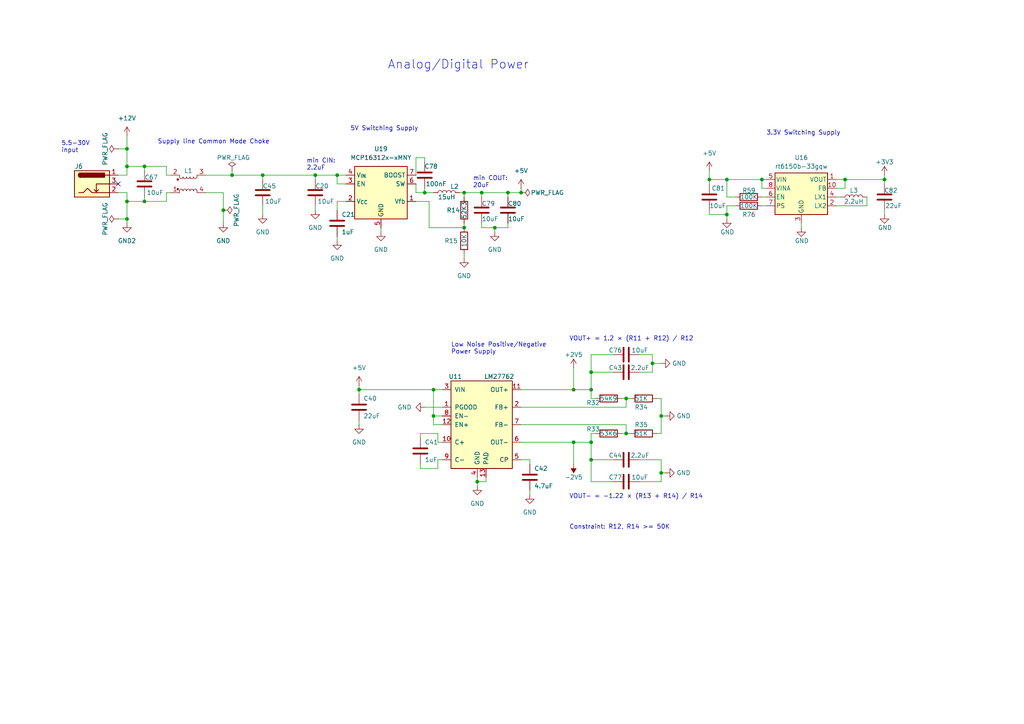
<source format=kicad_sch>
(kicad_sch (version 20231120) (generator "eeschema") (generator_version "8.0")
  (paper "A4")
  (title_block (title "Lickety Split Capacitive Lick Detector Main Board") (date "2023-09-01") (rev "1.0.0") (company "The Allen Institute for Neural Dynamics"))
  (lib_symbols
    (symbol "+2V5_1" (power) (pin_numbers hide) (pin_names (offset 0) hide)
      (property "Value" "+2V5" (at 0 3.556 0))
      (symbol "+2V5_1_0_1"
        (polyline (pts (xy -0.762 1.27) (xy 0 2.54)))
        (polyline (pts (xy 0 0) (xy 0 2.54)))
        (polyline (pts (xy 0 2.54) (xy 0.762 1.27)))
      )
      (symbol "+2V5_1_1_1"
        (pin power_in line (at 0 0 90) (length 0) (name "~") (number "1"))
      )
    )
    (symbol "+5V_1" (power) (pin_numbers hide) (pin_names (offset 0) hide)
      (property "Value" "+5V" (at 0 3.556 0))
      (symbol "+5V_1_0_1"
        (polyline (pts (xy -0.762 1.27) (xy 0 2.54)))
        (polyline (pts (xy 0 0) (xy 0 2.54)))
        (polyline (pts (xy 0 2.54) (xy 0.762 1.27)))
      )
      (symbol "+5V_1_1_1"
        (pin power_in line (at 0 0 90) (length 0) (name "~") (number "1"))
      )
    )
    (symbol "+5V_2" (power) (pin_numbers hide) (pin_names (offset 0) hide)
      (property "Value" "+5V" (at 0 3.556 0))
      (symbol "+5V_2_0_1"
        (polyline (pts (xy -0.762 1.27) (xy 0 2.54)))
        (polyline (pts (xy 0 0) (xy 0 2.54)))
        (polyline (pts (xy 0 2.54) (xy 0.762 1.27)))
      )
      (symbol "+5V_2_1_1"
        (pin power_in line (at 0 0 90) (length 0) (name "~") (number "1"))
      )
    )
    (symbol "-2V5_1" (power) (pin_numbers hide) (pin_names (offset 0) hide)
      (property "Value" "-2V5" (at 0 3.556 0))
      (symbol "-2V5_1_0_0"
        (pin power_in line (at 0 0 90) (length 0) (name "~") (number "1"))
      )
      (symbol "-2V5_1_0_1"
        (polyline (pts (xy 0 0) (xy 0 1.27) (xy 0.762 1.27) (xy 0 2.54) (xy -0.762 1.27) (xy 0 1.27)) (fill (type outline)))
      )
    )
    (symbol "Connector:Barrel_Jack_Switch" (pin_names hide)
      (property "Reference" "J" (at 0 5.334 0))
      (property "Value" "Barrel_Jack_Switch" (at 0 -5.08 0))
      (symbol "Barrel_Jack_Switch_0_1"
        (rectangle (start -5.08 3.81) (end 5.08 -3.81) (stroke (width 0.254)) (fill (type background)))
        (arc (start -3.302 3.175) (mid -3.9343 2.54) (end -3.302 1.905) (stroke (width 0.254)))
        (arc (start -3.302 3.175) (mid -3.9343 2.54) (end -3.302 1.905) (stroke (width 0.254)) (fill (type outline)))
        (polyline (pts (xy 1.27 -2.286) (xy 1.905 -1.651)) (stroke (width 0.254)))
        (polyline (pts (xy 5.08 2.54) (xy 3.81 2.54)) (stroke (width 0.254)))
        (polyline (pts (xy 5.08 0) (xy 1.27 0) (xy 1.27 -2.286) (xy 0.635 -1.651)) (stroke (width 0.254)))
        (polyline (pts (xy -3.81 -2.54) (xy -2.54 -2.54) (xy -1.27 -1.27) (xy 0 -2.54) (xy 2.54 -2.54) (xy 5.08 -2.54)) (stroke (width 0.254)))
        (rectangle (start 3.683 3.175) (end -3.302 1.905) (stroke (width 0.254)) (fill (type outline)))
      )
      (symbol "Barrel_Jack_Switch_1_1"
        (pin passive line (at 7.62 2.54 180) (length 2.54) (name "~") (number "1"))
        (pin passive line (at 7.62 -2.54 180) (length 2.54) (name "~") (number "2"))
        (pin passive line (at 7.62 0 180) (length 2.54) (name "~") (number "3"))
      )
    )
    (symbol "Device:C" (pin_numbers hide) (pin_names (offset 0.254))
      (property "Reference" "C" (at 0.635 2.54 0))
      (property "Value" "C" (at 0.635 -2.54 0))
      (symbol "C_0_1"
        (polyline (pts (xy -2.032 -0.762) (xy 2.032 -0.762)) (stroke (width 0.508)))
        (polyline (pts (xy -2.032 0.762) (xy 2.032 0.762)) (stroke (width 0.508)))
      )
      (symbol "C_1_1"
        (pin passive line (at 0 3.81 270) (length 2.794) (name "~") (number "1"))
        (pin passive line (at 0 -3.81 90) (length 2.794) (name "~") (number "2"))
      )
    )
    (symbol "Device:L" (pin_numbers hide) (pin_names (offset 1.016) hide)
      (property "Reference" "L" (at -1.27 0 90))
      (property "Value" "L" (at 1.905 0 90))
      (symbol "L_0_1"
        (arc (start 0 -2.54) (mid 0.6323 -1.905) (end 0 -1.27))
        (arc (start 0 -1.27) (mid 0.6323 -0.635) (end 0 0))
        (arc (start 0 0) (mid 0.6323 0.635) (end 0 1.27))
        (arc (start 0 1.27) (mid 0.6323 1.905) (end 0 2.54))
      )
      (symbol "L_1_1"
        (pin passive line (at 0 3.81 270) (length 1.27) (name "1") (number "1"))
        (pin passive line (at 0 -3.81 90) (length 1.27) (name "2") (number "2"))
      )
    )
    (symbol "Device:L_Coupled_1423" (pin_names (offset 0.254) hide)
      (property "Reference" "L" (at 0 4.445 0))
      (property "Value" "L_Coupled_1423" (at 0 -4.445 0))
      (symbol "L_Coupled_1423_0_1"
        (circle (center -3.048 -1.27) (radius 0.254) (fill (type outline)))
        (circle (center -3.048 1.524) (radius 0.254) (fill (type outline)))
        (arc (start -2.54 2.032) (mid -2.032 1.5262) (end -1.524 2.032))
        (arc (start -1.524 -2.032) (mid -2.032 -1.5262) (end -2.54 -2.032))
        (arc (start -1.524 2.032) (mid -1.016 1.5262) (end -0.508 2.032))
        (arc (start -0.508 -2.032) (mid -1.016 -1.5262) (end -1.524 -2.032))
        (arc (start -0.508 2.032) (mid 0 1.5262) (end 0.508 2.032))
        (polyline (pts (xy -2.54 -2.032) (xy -2.54 -2.54)))
        (polyline (pts (xy -2.54 2.032) (xy -2.54 2.54)))
        (polyline (pts (xy 2.54 -2.032) (xy 2.54 -2.54)))
        (polyline (pts (xy 2.54 2.54) (xy 2.54 2.032)))
        (arc (start 0.508 -2.032) (mid 0 -1.5262) (end -0.508 -2.032))
        (arc (start 0.508 2.032) (mid 1.016 1.5262) (end 1.524 2.032))
        (arc (start 1.524 -2.032) (mid 1.016 -1.5262) (end 0.508 -2.032))
        (arc (start 1.524 2.032) (mid 2.032 1.5262) (end 2.54 2.032))
        (arc (start 2.54 -2.032) (mid 2.032 -1.5262) (end 1.524 -2.032))
      )
      (symbol "L_Coupled_1423_1_1"
        (pin passive line (at -5.08 2.54 0) (length 2.54) (name "1") (number "1"))
        (pin passive line (at -5.08 -2.54 0) (length 2.54) (name "2") (number "2"))
        (pin passive line (at 5.08 -2.54 180) (length 2.54) (name "3") (number "3"))
        (pin passive line (at 5.08 2.54 180) (length 2.54) (name "4") (number "4"))
      )
    )
    (symbol "Device:R" (pin_numbers hide) (pin_names (offset 0))
      (property "Reference" "R" (at 2.032 0 90))
      (property "Value" "R" (at 0 0 90))
      (symbol "R_0_1"
        (rectangle (start -1.016 -2.54) (end 1.016 2.54) (stroke (width 0.254)))
      )
      (symbol "R_1_1"
        (pin passive line (at 0 3.81 270) (length 1.27) (name "~") (number "1"))
        (pin passive line (at 0 -3.81 90) (length 1.27) (name "~") (number "2"))
      )
    )
    (symbol "GND_1" (power) (pin_numbers hide) (pin_names (offset 0) hide)
      (property "Value" "GND" (at 0 -3.81 0))
      (symbol "GND_1_0_1"
        (polyline (pts (xy 0 0) (xy 0 -1.27) (xy 1.27 -1.27) (xy 0 -2.54) (xy -1.27 -1.27) (xy 0 -1.27)))
      )
      (symbol "GND_1_1_1"
        (pin power_in line (at 0 0 270) (length 0) (name "~") (number "1"))
      )
    )
    (symbol "Regulator_SwitchedCapacitor:LM27762" (pin_names (offset 1.016))
      (property "Reference" "U" (at -6.604 8.89 0))
      (property "Value" "LM27762" (at 6.096 8.89 0))
      (symbol "LM27762_0_1"
        (rectangle (start -7.62 7.62) (end 10.16 -17.78) (stroke (width 0.254)) (fill (type background)))
      )
      (symbol "LM27762_1_1"
        (pin open_collector line (at -10.16 0 0) (length 2.54) (name "PGOOD") (number "1"))
        (pin passive line (at -10.16 -10.16 0) (length 2.54) (name "C+") (number "10"))
        (pin power_out line (at 12.7 5.08 180) (length 2.54) (name "OUT+") (number "11"))
        (pin input line (at -10.16 -5.08 0) (length 2.54) (name "EN+") (number "12"))
        (pin power_in line (at 2.54 -20.32 90) (length 2.54) (name "PAD") (number "13"))
        (pin input line (at 12.7 0 180) (length 2.54) (name "FB+") (number "2"))
        (pin power_in line (at -10.16 5.08 0) (length 2.54) (name "VIN") (number "3"))
        (pin power_in line (at 0 -20.32 90) (length 2.54) (name "GND") (number "4"))
        (pin passive line (at 12.7 -15.24 180) (length 2.54) (name "CP") (number "5"))
        (pin power_out line (at 12.7 -10.16 180) (length 2.54) (name "OUT-") (number "6"))
        (pin input line (at 12.7 -5.08 180) (length 2.54) (name "FB-") (number "7"))
        (pin input line (at -10.16 -2.54 0) (length 2.54) (name "EN-") (number "8"))
        (pin passive line (at -10.16 -15.24 0) (length 2.54) (name "C-") (number "9"))
      )
    )
    (symbol "Regulator_Switching:MCP16312x-xMNY"
      (property "Reference" "U" (at -7.62 8.89 0))
      (property "Value" "MCP16312x-xMNY" (at 0 8.89 0))
      (symbol "MCP16312x-xMNY_0_1"
        (rectangle (start -7.62 7.62) (end 7.62 -7.62) (stroke (width 0.254)) (fill (type background)))
      )
      (symbol "MCP16312x-xMNY_1_1"
        (pin input line (at 10.16 -2.54 180) (length 2.54) (name "Vfb") (number "1"))
        (pin passive line (at -10.16 -2.54 0) (length 2.54) (name "V_{CC}") (number "2"))
        (pin input line (at -10.16 2.54 0) (length 2.54) (name "EN") (number "3"))
        (pin power_in line (at -10.16 5.08 0) (length 2.54) (name "V_{IN}") (number "4"))
        (pin power_in line (at 0 -10.16 90) (length 2.54) (name "GND") (number "5"))
        (pin power_out line (at 10.16 2.54 180) (length 2.54) (name "SW") (number "6"))
        (pin output line (at 10.16 5.08 180) (length 2.54) (name "BOOST") (number "7"))
        (pin passive line (at 0 -10.16 90) (length 2.54) hide (name "GND") (number "8"))
        (pin passive line (at 0 -10.16 90) (length 2.54) hide (name "GND") (number "9"))
      )
    )
    (symbol "kicad_component_library:rt6150b-33gqw" (pin_names (offset 0.254))
      (property "Reference" "U" (at -6.35 5.715 0))
      (property "Value" "rt6150b-33gqw" (at 0 5.715 0))
      (symbol "rt6150b-33gqw_0_1"
        (rectangle (start -7.62 4.445) (end 7.62 -7.62) (stroke (width 0.254)) (fill (type background)))
      )
      (symbol "rt6150b-33gqw_1_1"
        (pin power_out line (at 10.16 2.54 180) (length 2.54) (name "VOUT") (number "1"))
        (pin input line (at 10.16 0 180) (length 2.54) (name "FB") (number "10"))
        (pin power_in line (at 0 -10.16 90) (length 2.54) hide (name "GND") (number "11"))
        (pin input line (at 10.16 -5.08 180) (length 2.54) (name "LX2") (number "2"))
        (pin power_in line (at 0 -10.16 90) (length 2.54) (name "GND") (number "3"))
        (pin input line (at 10.16 -2.54 180) (length 2.54) (name "LX1") (number "4"))
        (pin power_in line (at -10.16 2.54 0) (length 2.54) (name "VIN") (number "5"))
        (pin input line (at -10.16 -2.54 0) (length 2.54) (name "EN") (number "6"))
        (pin input line (at -10.16 -5.08 0) (length 2.54) (name "PS") (number "7"))
        (pin power_in line (at -10.16 0 0) (length 2.54) (name "VINA") (number "8"))
        (pin power_in line (at 0 -10.16 90) (length 2.54) hide (name "GND") (number "9"))
      )
    )
    (symbol "power:+12V" (power) (pin_names (offset 0))
      (property "Value" "+12V" (at 0 3.556 0))
      (symbol "+12V_0_1"
        (polyline (pts (xy -0.762 1.27) (xy 0 2.54)))
        (polyline (pts (xy 0 0) (xy 0 2.54)))
        (polyline (pts (xy 0 2.54) (xy 0.762 1.27)))
      )
      (symbol "+12V_1_1"
        (pin power_in line (at 0 0 90) (length 0) hide (name "+12V") (number "1"))
      )
    )
    (symbol "power:+3V3" (power) (pin_names (offset 0))
      (property "Value" "+3V3" (at 0 3.556 0))
      (symbol "+3V3_0_1"
        (polyline (pts (xy -0.762 1.27) (xy 0 2.54)))
        (polyline (pts (xy 0 0) (xy 0 2.54)))
        (polyline (pts (xy 0 2.54) (xy 0.762 1.27)))
      )
      (symbol "+3V3_1_1"
        (pin power_in line (at 0 0 90) (length 0) hide (name "+3V3") (number "1"))
      )
    )
    (symbol "power:GND" (power) (pin_names (offset 0))
      (property "Value" "GND" (at 0 -3.81 0))
      (symbol "GND_0_1"
        (polyline (pts (xy 0 0) (xy 0 -1.27) (xy 1.27 -1.27) (xy 0 -2.54) (xy -1.27 -1.27) (xy 0 -1.27)))
      )
      (symbol "GND_1_1"
        (pin power_in line (at 0 0 270) (length 0) hide (name "GND") (number "1"))
      )
    )
    (symbol "power:GND2" (power) (pin_names (offset 0))
      (property "Value" "GND2" (at 0 -3.81 0))
      (symbol "GND2_0_1"
        (polyline (pts (xy 0 0) (xy 0 -1.27) (xy 1.27 -1.27) (xy 0 -2.54) (xy -1.27 -1.27) (xy 0 -1.27)))
      )
      (symbol "GND2_1_1"
        (pin power_in line (at 0 0 270) (length 0) hide (name "GND2") (number "1"))
      )
    )
    (symbol "power:PWR_FLAG" (power) (pin_numbers hide) (pin_names (offset 0) hide)
      (property "Value" "PWR_FLAG" (at 0 3.81 0))
      (symbol "PWR_FLAG_0_0"
        (pin power_out line (at 0 0 90) (length 0) (name "pwr") (number "1"))
      )
      (symbol "PWR_FLAG_0_1"
        (polyline (pts (xy 0 0) (xy 0 1.27) (xy -1.016 1.905) (xy 0 2.54) (xy 1.016 1.905) (xy 0 1.27)))
      )
    )
  )
  (junction (at 36.83 58.42))
  (junction (at 134.62 55.88))
  (junction (at 36.83 48.26))
  (junction (at 123.19 55.88))
  (junction (at 191.77 137.16))
  (junction (at 166.37 128.27))
  (junction (at 181.61 125.73))
  (junction (at 171.45 113.03))
  (junction (at 189.23 105.41))
  (junction (at 210.82 62.23))
  (junction (at 36.83 43.18))
  (junction (at 205.74 52.07))
  (junction (at 134.62 66.04))
  (junction (at 104.14 113.03))
  (junction (at 91.44 50.8))
  (junction (at 125.73 120.65))
  (junction (at 138.43 139.7))
  (junction (at 97.79 50.8))
  (junction (at 41.91 58.42))
  (junction (at 41.91 48.26))
  (junction (at 191.77 120.65))
  (junction (at 125.73 113.03))
  (junction (at 166.37 113.03))
  (junction (at 245.11 52.07))
  (junction (at 36.83 63.5))
  (junction (at 181.61 115.57))
  (junction (at 139.7 55.88))
  (junction (at 143.51 66.04))
  (junction (at 171.45 107.95))
  (junction (at 171.45 133.35))
  (junction (at 147.32 55.88))
  (junction (at 64.77 60.96))
  (junction (at 76.2 50.8))
  (junction (at 210.82 52.07))
  (junction (at 151.13 55.88))
  (junction (at 171.45 128.27))
  (junction (at 256.54 52.07))
  (junction (at 220.98 52.07))
  (junction (at 67.31 50.8))
  (no_connect (at 34.29 53.34))
  (wire (pts (xy 213.36 57.15) (xy 210.82 57.15)))
  (wire (pts (xy 36.83 55.88) (xy 34.29 55.88)))
  (wire (pts (xy 166.37 128.27) (xy 166.37 134.62)))
  (wire (pts (xy 251.46 57.15) (xy 251.46 59.69)))
  (wire (pts (xy 49.53 55.88) (xy 48.26 55.88)))
  (wire (pts (xy 124.46 58.42) (xy 124.46 66.04)))
  (wire (pts (xy 191.77 105.41) (xy 189.23 105.41)))
  (wire (pts (xy 41.91 48.26) (xy 36.83 48.26)))
  (wire (pts (xy 139.7 55.88) (xy 147.32 55.88)))
  (wire (pts (xy 189.23 107.95) (xy 185.42 107.95)))
  (wire (pts (xy 97.79 58.42) (xy 97.79 60.96)))
  (wire (pts (xy 139.7 66.04) (xy 143.51 66.04)))
  (wire (pts (xy 245.11 52.07) (xy 242.57 52.07)))
  (wire (pts (xy 191.77 125.73) (xy 190.5 125.73)))
  (wire (pts (xy 91.44 50.8) (xy 91.44 52.07)))
  (wire (pts (xy 151.13 118.11) (xy 181.61 118.11)))
  (wire (pts (xy 104.14 113.03) (xy 104.14 114.3)))
  (wire (pts (xy 121.92 127) (xy 121.92 125.73)))
  (wire (pts (xy 64.77 64.77) (xy 64.77 60.96)))
  (wire (pts (xy 213.36 59.69) (xy 210.82 59.69)))
  (wire (pts (xy 189.23 102.87) (xy 189.23 105.41)))
  (wire (pts (xy 151.13 55.88) (xy 151.13 54.61)))
  (wire (pts (xy 191.77 120.65) (xy 191.77 125.73)))
  (wire (pts (xy 34.29 50.8) (xy 36.83 50.8)))
  (wire (pts (xy 140.97 139.7) (xy 138.43 139.7)))
  (wire (pts (xy 48.26 50.8) (xy 48.26 48.26)))
  (wire (pts (xy 220.98 52.07) (xy 210.82 52.07)))
  (wire (pts (xy 139.7 57.15) (xy 139.7 55.88)))
  (wire (pts (xy 143.51 66.04) (xy 147.32 66.04)))
  (wire (pts (xy 134.62 64.77) (xy 134.62 66.04)))
  (wire (pts (xy 181.61 125.73) (xy 181.61 123.19)))
  (wire (pts (xy 120.65 45.72) (xy 123.19 45.72)))
  (wire (pts (xy 166.37 128.27) (xy 171.45 128.27)))
  (wire (pts (xy 191.77 120.65) (xy 193.04 120.65)))
  (wire (pts (xy 48.26 55.88) (xy 48.26 58.42)))
  (wire (pts (xy 205.74 52.07) (xy 210.82 52.07)))
  (wire (pts (xy 36.83 63.5) (xy 36.83 58.42)))
  (wire (pts (xy 166.37 113.03) (xy 171.45 113.03)))
  (wire (pts (xy 171.45 115.57) (xy 172.72 115.57)))
  (wire (pts (xy 140.97 138.43) (xy 140.97 139.7)))
  (wire (pts (xy 110.49 66.04) (xy 110.49 67.31)))
  (wire (pts (xy 127 128.27) (xy 128.27 128.27)))
  (wire (pts (xy 256.54 52.07) (xy 256.54 53.34)))
  (wire (pts (xy 256.54 50.8) (xy 256.54 52.07)))
  (wire (pts (xy 36.83 43.18) (xy 36.83 48.26)))
  (wire (pts (xy 189.23 105.41) (xy 189.23 107.95)))
  (wire (pts (xy 242.57 54.61) (xy 245.11 54.61)))
  (wire (pts (xy 153.67 133.35) (xy 153.67 134.62)))
  (wire (pts (xy 151.13 113.03) (xy 166.37 113.03)))
  (wire (pts (xy 59.69 50.8) (xy 67.31 50.8)))
  (wire (pts (xy 36.83 48.26) (xy 36.83 50.8)))
  (wire (pts (xy 205.74 62.23) (xy 210.82 62.23)))
  (wire (pts (xy 191.77 137.16) (xy 193.04 137.16)))
  (wire (pts (xy 41.91 57.15) (xy 41.91 58.42)))
  (wire (pts (xy 34.29 63.5) (xy 36.83 63.5)))
  (wire (pts (xy 138.43 139.7) (xy 138.43 140.97)))
  (wire (pts (xy 177.8 102.87) (xy 171.45 102.87)))
  (wire (pts (xy 91.44 59.69) (xy 91.44 60.96)))
  (wire (pts (xy 256.54 60.96) (xy 256.54 62.23)))
  (wire (pts (xy 210.82 59.69) (xy 210.82 62.23)))
  (wire (pts (xy 171.45 125.73) (xy 171.45 128.27)))
  (wire (pts (xy 151.13 133.35) (xy 153.67 133.35)))
  (wire (pts (xy 36.83 64.77) (xy 36.83 63.5)))
  (wire (pts (xy 180.34 125.73) (xy 181.61 125.73)))
  (wire (pts (xy 171.45 125.73) (xy 172.72 125.73)))
  (wire (pts (xy 210.82 57.15) (xy 210.82 52.07)))
  (wire (pts (xy 181.61 115.57) (xy 182.88 115.57)))
  (wire (pts (xy 191.77 137.16) (xy 191.77 133.35)))
  (wire (pts (xy 76.2 59.69) (xy 76.2 62.23)))
  (wire (pts (xy 147.32 55.88) (xy 151.13 55.88)))
  (wire (pts (xy 245.11 52.07) (xy 256.54 52.07)))
  (wire (pts (xy 181.61 118.11) (xy 181.61 115.57)))
  (wire (pts (xy 97.79 50.8) (xy 100.33 50.8)))
  (wire (pts (xy 133.35 55.88) (xy 134.62 55.88)))
  (wire (pts (xy 49.53 50.8) (xy 48.26 50.8)))
  (wire (pts (xy 171.45 133.35) (xy 171.45 128.27)))
  (wire (pts (xy 121.92 135.89) (xy 121.92 134.62)))
  (wire (pts (xy 185.42 139.7) (xy 191.77 139.7)))
  (wire (pts (xy 205.74 53.34) (xy 205.74 52.07)))
  (wire (pts (xy 205.74 62.23) (xy 205.74 60.96)))
  (wire (pts (xy 36.83 39.37) (xy 36.83 43.18)))
  (wire (pts (xy 123.19 45.72) (xy 123.19 46.99)))
  (wire (pts (xy 147.32 55.88) (xy 147.32 57.15)))
  (wire (pts (xy 220.98 57.15) (xy 222.25 57.15)))
  (wire (pts (xy 34.29 43.18) (xy 36.83 43.18)))
  (wire (pts (xy 134.62 55.88) (xy 134.62 57.15)))
  (wire (pts (xy 67.31 49.53) (xy 67.31 50.8)))
  (wire (pts (xy 36.83 58.42) (xy 36.83 55.88)))
  (wire (pts (xy 177.8 107.95) (xy 171.45 107.95)))
  (wire (pts (xy 242.57 57.15) (xy 243.84 57.15)))
  (wire (pts (xy 120.65 55.88) (xy 123.19 55.88)))
  (wire (pts (xy 220.98 54.61) (xy 220.98 52.07)))
  (wire (pts (xy 123.19 118.11) (xy 128.27 118.11)))
  (wire (pts (xy 67.31 50.8) (xy 76.2 50.8)))
  (wire (pts (xy 245.11 54.61) (xy 245.11 52.07)))
  (wire (pts (xy 181.61 115.57) (xy 180.34 115.57)))
  (wire (pts (xy 191.77 139.7) (xy 191.77 137.16)))
  (wire (pts (xy 127 133.35) (xy 127 135.89)))
  (wire (pts (xy 91.44 50.8) (xy 97.79 50.8)))
  (wire (pts (xy 104.14 121.92) (xy 104.14 123.19)))
  (wire (pts (xy 48.26 48.26) (xy 41.91 48.26)))
  (wire (pts (xy 121.92 125.73) (xy 127 125.73)))
  (wire (pts (xy 191.77 115.57) (xy 190.5 115.57)))
  (wire (pts (xy 48.26 58.42) (xy 41.91 58.42)))
  (wire (pts (xy 100.33 53.34) (xy 97.79 53.34)))
  (wire (pts (xy 64.77 55.88) (xy 59.69 55.88)))
  (wire (pts (xy 177.8 139.7) (xy 171.45 139.7)))
  (wire (pts (xy 104.14 113.03) (xy 125.73 113.03)))
  (wire (pts (xy 134.62 73.66) (xy 134.62 74.93)))
  (wire (pts (xy 220.98 59.69) (xy 222.25 59.69)))
  (wire (pts (xy 124.46 66.04) (xy 134.62 66.04)))
  (wire (pts (xy 76.2 50.8) (xy 76.2 52.07)))
  (wire (pts (xy 171.45 107.95) (xy 171.45 113.03)))
  (wire (pts (xy 210.82 62.23) (xy 210.82 63.5)))
  (wire (pts (xy 64.77 60.96) (xy 64.77 55.88)))
  (wire (pts (xy 128.27 123.19) (xy 125.73 123.19)))
  (wire (pts (xy 185.42 102.87) (xy 189.23 102.87)))
  (wire (pts (xy 97.79 53.34) (xy 97.79 50.8)))
  (wire (pts (xy 120.65 53.34) (xy 120.65 55.88)))
  (wire (pts (xy 100.33 58.42) (xy 97.79 58.42)))
  (wire (pts (xy 41.91 58.42) (xy 36.83 58.42)))
  (wire (pts (xy 181.61 125.73) (xy 182.88 125.73)))
  (wire (pts (xy 151.13 123.19) (xy 181.61 123.19)))
  (wire (pts (xy 191.77 115.57) (xy 191.77 120.65)))
  (wire (pts (xy 153.67 142.24) (xy 153.67 143.51)))
  (wire (pts (xy 205.74 49.53) (xy 205.74 52.07)))
  (wire (pts (xy 134.62 55.88) (xy 139.7 55.88)))
  (wire (pts (xy 191.77 133.35) (xy 185.42 133.35)))
  (wire (pts (xy 127 125.73) (xy 127 128.27)))
  (wire (pts (xy 76.2 50.8) (xy 91.44 50.8)))
  (wire (pts (xy 125.73 120.65) (xy 128.27 120.65)))
  (wire (pts (xy 147.32 64.77) (xy 147.32 66.04)))
  (wire (pts (xy 177.8 133.35) (xy 171.45 133.35)))
  (wire (pts (xy 222.25 52.07) (xy 220.98 52.07)))
  (wire (pts (xy 41.91 48.26) (xy 41.91 49.53)))
  (wire (pts (xy 171.45 113.03) (xy 171.45 115.57)))
  (wire (pts (xy 128.27 133.35) (xy 127 133.35)))
  (wire (pts (xy 97.79 68.58) (xy 97.79 69.85)))
  (wire (pts (xy 143.51 67.31) (xy 143.51 66.04)))
  (wire (pts (xy 123.19 54.61) (xy 123.19 55.88)))
  (wire (pts (xy 120.65 58.42) (xy 124.46 58.42)))
  (wire (pts (xy 166.37 106.68) (xy 166.37 113.03)))
  (wire (pts (xy 123.19 55.88) (xy 125.73 55.88)))
  (wire (pts (xy 138.43 138.43) (xy 138.43 139.7)))
  (wire (pts (xy 125.73 120.65) (xy 125.73 113.03)))
  (wire (pts (xy 151.13 128.27) (xy 166.37 128.27)))
  (wire (pts (xy 139.7 64.77) (xy 139.7 66.04)))
  (wire (pts (xy 171.45 139.7) (xy 171.45 133.35)))
  (wire (pts (xy 125.73 123.19) (xy 125.73 120.65)))
  (wire (pts (xy 120.65 50.8) (xy 120.65 45.72)))
  (wire (pts (xy 104.14 111.76) (xy 104.14 113.03)))
  (wire (pts (xy 127 135.89) (xy 121.92 135.89)))
  (wire (pts (xy 222.25 54.61) (xy 220.98 54.61)))
  (wire (pts (xy 232.41 64.77) (xy 232.41 66.04)))
  (wire (pts (xy 125.73 113.03) (xy 128.27 113.03)))
  (wire (pts (xy 242.57 59.69) (xy 251.46 59.69)))
  (wire (pts (xy 171.45 102.87) (xy 171.45 107.95)))
  (text "Constraint: R12, R14 >= 50K" (at 165.1 153.67 0) (effects (font (size 1.27 1.27)) (justify left bottom)))
  (text "5V Switching Supply" (at 101.6 38.1 0) (effects (font (size 1.27 1.27)) (justify left bottom)))
  (text "min CIN:\n2.2uF" (at 88.9 49.53 0) (effects (font (size 1.27 1.27)) (justify left bottom)))
  (text "3.3V Switching Supply" (at 222.25 39.37 0) (effects (font (size 1.27 1.27)) (justify left bottom)))
  (text "Supply line Common Mode Choke" (at 45.72 41.91 0) (effects (font (size 1.27 1.27)) (justify left bottom)))
  (text "Analog/Digital Power" (at 112.395 20.32 0) (effects (font (size 2.54 2.54)) (justify left bottom)))
  (text "min COUT:\n20uF" (at 137.16 54.61 0) (effects (font (size 1.27 1.27)) (justify left bottom)))
  (text "Low Noise Positive/Negative \nPower Supply" (at 130.81 102.87 0) (effects (font (size 1.27 1.27)) (justify left bottom)))
  (text "VOUT- = -1.22 × (R13 + R14) / R14" (at 165.1 144.78 0) (effects (font (size 1.27 1.27)) (justify left bottom)))
  (text "5.5-30V \ninput" (at 17.78 44.45 0) (effects (font (size 1.27 1.27)) (justify left bottom)))
  (text "VOUT+ = 1.2 × (R11 + R12) / R12" (at 165.1 99.06 0) (effects (font (size 1.27 1.27)) (justify left bottom)))
  (symbol (lib_id "Device:C") (at 121.92 130.81 0) (unit 1)
    (property "Reference" "C41" (at 123.19 128.27 0) (effects (justify left)))
    (property "Value" "1uF" (at 123.19 133.35 0) (effects (justify left)))
    (property "Footprint" "Capacitor_SMD:C_0402_1005Metric" (effects (hide yes)))
    (property "Datasheet" "https://search.murata.co.jp/Ceramy/image/img/A01X/G101/ENG/GRM155R6YA105KE11-01.pdf" (effects (hide yes)))
    (property "Notes" "must not be polarized" (effects (hide yes)))
    (property "Link" "https://www.digikey.com/en/products/detail/murata-electronics/GRM155R6YA105KE11J/4905163" (effects (hide yes)))
    (property "Manufacturer Number" "GRM155R6YA105KE11J" (effects (hide yes)))
    (property "Manufacturer" "Murata Electronics" (effects (hide yes)))
    (property "Rated Voltage" "35V" (effects (hide yes)))
    (property "Temperature Coefficient" "X5R" (effects (hide yes)))
  )
  (symbol (lib_id "Device:R") (at 186.69 115.57 90) (unit 1)
    (property "Reference" "R34" (at 187.96 118.11 90) (effects (justify left)))
    (property "Value" "51K" (at 187.96 115.57 90) (effects (justify left)))
    (property "Footprint" "Resistor_SMD:R_0402_1005Metric" (effects (hide yes)))
    (property "Datasheet" "n/a" (effects (hide yes)))
    (property "Link" "https://www.digikey.com/en/products/detail/yageo/RT0402BRD0751KL/1069314" (effects (hide yes)))
    (property "Manufacturer" "Yageo" (effects (hide yes)))
    (property "Manufacturer Number" "RT0402BRD0751KL" (effects (hide yes)))
    (property "Tolerance" "0.1%" (effects (hide yes)))
  )
  (symbol (lib_id "Device:R") (at 134.62 60.96 0) (unit 1)
    (property "Reference" "R14" (at 129.54 60.96 0) (effects (justify left)))
    (property "Value" "52K3" (at 134.62 63.5 90) (effects (justify left)))
    (property "Footprint" "Resistor_SMD:R_0603_1608Metric" (effects (hide yes)))
    (property "Datasheet" "https://www.seielect.com/catalog/sei-rmcf_rmcp.pdf" (effects (hide yes)))
    (property "Manufacturer" "Stackpole Electronics Inc" (effects (hide yes)))
    (property "Manufacturer Number" "RMCF0603FT52K3" (effects (hide yes)))
    (property "Link" "https://www.digikey.com/en/products/detail/stackpole-electronics-inc/RMCF0603FT52K3/1714113?s=N4IgTCBcDaIEoFkDCAxADANjQZhQFQFYwBpbEAXQF8g" (effects (hide yes)))
  )
  (symbol (lib_id "Device:C") (at 181.61 133.35 270) (unit 1)
    (property "Reference" "C44" (at 176.53 132.08 90) (effects (justify left)))
    (property "Value" "2.2uF" (at 182.88 132.08 90) (effects (justify left)))
    (property "Footprint" "Capacitor_SMD:C_0402_1005Metric" (effects (hide yes)))
    (property "Datasheet" "https://search.murata.co.jp/Ceramy/image/img/A01X/G101/ENG/GRM155Z71A225KE01-01.pdf" (effects (hide yes)))
    (property "Link" "https://www.digikey.com/en/products/detail/murata-electronics/GRM155Z71A225KE01D/13905066" (effects (hide yes)))
    (property "Manufacturer" "Murata Electronics" (effects (hide yes)))
    (property "Manufacturer Number" "GRM155Z71A225KE01D" (effects (hide yes)))
    (property "Rated Voltage" "10V" (effects (hide yes)))
    (property "Temperature Coefficient" "X7R" (effects (hide yes)))
    (property "Vendor Number" "490-GRM155Z71A225KE01DDKR-ND" (effects (hide yes)))
  )
  (symbol (lib_id "Device:C") (at 91.44 55.88 0) (unit 1)
    (property "Reference" "C20" (at 91.44 53.975 0) (effects (justify left)))
    (property "Value" "10uF" (at 92.075 58.42 0) (effects (justify left)))
    (property "Footprint" "Capacitor_SMD:C_0805_2012Metric" (effects (hide yes)))
    (property "Datasheet" "https://search.murata.co.jp/Ceramy/image/img/A01X/G101/ENG/GRM21BZ71E106KE15-01.pdf" (effects (hide yes)))
    (property "Manufacturer Number" "GRM21BZ71E106KE15L" (effects (hide yes)))
    (property "Manufacturer" "Murata Electronics" (effects (hide yes)))
    (property "Link" "https://www.digikey.com/en/products/detail/murata-electronics/GRM21BZ71E106KE15L/13904911" (effects (hide yes)))
    (property "Rated Voltage" "25V" (effects (hide yes)))
  )
  (symbol (lib_name "GND_1") (lib_id "power:GND") (at 104.14 123.19 0) (unit 1)
    (property "Reference" "#PWR093" (effects (hide yes)))
    (property "Value" "GND" (at 104.14 128.27 0))
    (property "Description" "Power symbol creates a global label with name \"GND\" , ground" (effects (hide yes)))
  )
  (symbol (lib_name "GND_1") (lib_id "power:GND") (at 138.43 140.97 0) (unit 1)
    (property "Reference" "#PWR089" (effects (hide yes)))
    (property "Value" "GND" (at 138.43 146.05 0))
    (property "Description" "Power symbol creates a global label with name \"GND\" , ground" (effects (hide yes)))
  )
  (symbol (lib_name "GND_1") (lib_id "power:GND") (at 193.04 120.65 90) (unit 1)
    (property "Reference" "#PWR068" (effects (hide yes)))
    (property "Value" "GND" (at 196.215 120.6499 90) (effects (justify right)))
    (property "Description" "Power symbol creates a global label with name \"GND\" , ground" (effects (hide yes)))
  )
  (symbol (lib_id "Device:C") (at 181.61 102.87 270) (unit 1)
    (property "Reference" "C76" (at 176.53 101.6 90) (effects (justify left)))
    (property "Value" "10uF" (at 183.134 101.6 90) (effects (justify left)))
    (property "Footprint" "Capacitor_SMD:C_0805_2012Metric" (effects (hide yes)))
    (property "Datasheet" "https://search.murata.co.jp/Ceramy/image/img/A01X/G101/ENG/GRM21BZ71E106KE15-01.pdf" (effects (hide yes)))
    (property "Link" "https://www.digikey.com/en/products/detail/murata-electronics/GRM21BZ71E106KE15L/13904911" (effects (hide yes)))
    (property "Manufacturer Number" "GRM21BZ71E106KE15L" (effects (hide yes)))
    (property "Rated Voltage" "25V" (effects (hide yes)))
    (property "Temperature Coefficient" "X7R" (effects (hide yes)))
    (property "Manufacturer" "Murata Electronics" (effects (hide yes)))
  )
  (symbol (lib_id "Device:L") (at 129.54 55.88 90) (unit 1)
    (property "Reference" "L2" (at 131.826 54.102 90))
    (property "Value" "15uH" (at 129.54 57.15 90))
    (property "Footprint" "kicad_component_library:L_Wuerth_5.5x5.3mm" (effects (hide yes)))
    (property "Datasheet" "https://www.we-online.com/components/products/datasheet/74408943150.pdf" (effects (hide yes)))
    (property "Manufacturer Number" "74408943150" (effects (hide yes)))
    (property "Manufacturer" "Würth Elektronik" (effects (hide yes)))
    (property "Link" "https://www.digikey.com/en/products/detail/w%C3%BCrth-elektronik/74408943150/3083180" (effects (hide yes)))
  )
  (symbol (lib_id "power:+3V3") (at 256.54 50.8 0) (unit 1)
    (property "Reference" "#PWR0146" (effects (hide yes)))
    (property "Value" "+3V3" (at 256.54 46.99 0))
  )
  (symbol (lib_name "GND_1") (lib_id "power:GND") (at 153.67 143.51 0) (unit 1)
    (property "Reference" "#PWR085" (effects (hide yes)))
    (property "Value" "GND" (at 153.67 148.59 0))
    (property "Description" "Power symbol creates a global label with name \"GND\" , ground" (effects (hide yes)))
  )
  (symbol (lib_id "power:GND") (at 134.62 74.93 0) (unit 1)
    (property "Reference" "#PWR0154" (effects (hide yes)))
    (property "Value" "GND" (at 134.62 80.01 0))
  )
  (symbol (lib_id "power:PWR_FLAG") (at 34.29 43.18 90) (unit 1)
    (property "Reference" "#FLG06" (effects (hide yes)))
    (property "Value" "PWR_FLAG" (at 30.48 43.18 0))
  )
  (symbol (lib_id "Device:L") (at 247.65 57.15 90) (unit 1)
    (property "Reference" "L3" (at 247.65 55.245 90))
    (property "Value" "2.2uH" (at 247.65 58.42 90))
    (property "Footprint" "Inductor_SMD:L_0603_1608Metric" (effects (hide yes)))
    (property "Datasheet" "https://abracon.com/Magnetics/inductors/AISC-0603F.pdf" (effects (hide yes)))
    (property "Description" "Inductor" (effects (hide yes)))
    (property "Link" "https://www.digikey.com/en/products/detail/abracon-llc/AISC-0603F-2R2J-T/4696666" (effects (hide yes)))
    (property "Manufacturer Number" "AISC-0603F-2R2J-T" (effects (hide yes)))
    (property "Manufacturer" "Abracon LLC" (effects (hide yes)))
    (property "DC Resistance" "1.5Ohm" (effects (hide yes)))
  )
  (symbol (lib_id "Device:C") (at 123.19 50.8 180) (unit 1)
    (property "Reference" "C78" (at 127 48.26 0) (effects (justify left)))
    (property "Value" "100nF" (at 129.54 53.34 0) (effects (justify left)))
    (property "Footprint" "Capacitor_SMD:C_0402_1005Metric" (effects (hide yes)))
    (property "Datasheet" "http://www.passivecomponent.com/wp-content/uploads/datasheet/WTC_MLCC_General_Purpose.pdf" (effects (hide yes)))
    (property "Link" "https://www.digikey.com/en/products/detail/walsin-technology-corporation/0402B104K160CT/6707534" (effects (hide yes)))
    (property "Manufacturer" "Walson Technology Corporation" (effects (hide yes)))
    (property "Manufacturer Number" "0402B104K160CT" (effects (hide yes)))
    (property "Rated Voltage" "16V" (effects (hide yes)))
    (property "Temperature Coefficient" "X7R" (effects (hide yes)))
    (property "Tolerance" "10%" (effects (hide yes)))
    (property "PCBWay Link" "https://www.pcbway.com/components/detail/0402B104K160CT/307171/" (effects (hide yes)))
  )
  (symbol (lib_id "Device:R") (at 176.53 125.73 90) (unit 1)
    (property "Reference" "R33" (at 173.99 124.46 90) (effects (justify left)))
    (property "Value" "53K6" (at 179.07 125.73 90) (effects (justify left)))
    (property "Footprint" "Resistor_SMD:R_0402_1005Metric" (effects (hide yes)))
    (property "Datasheet" "https://industrial.panasonic.com/cdbs/www-data/pdf/RDM0000/AOA0000C307.pdf" (effects (hide yes)))
    (property "Link" "https://www.digikey.com/en/products/detail/panasonic-electronic-components/ERA-2AEB5362X/2026209" (effects (hide yes)))
    (property "Manufacturer" "Panasonic Electronic Components" (effects (hide yes)))
    (property "Manufacturer Number" "ERA-2AEB5362X" (effects (hide yes)))
    (property "Tolerance" "0.1" (effects (hide yes)))
  )
  (symbol (lib_id "Device:R") (at 186.69 125.73 90) (unit 1)
    (property "Reference" "R35" (at 187.96 123.19 90) (effects (justify left)))
    (property "Value" "51K" (at 187.96 125.73 90) (effects (justify left)))
    (property "Footprint" "Resistor_SMD:R_0402_1005Metric" (effects (hide yes)))
    (property "Datasheet" "n/a" (effects (hide yes)))
    (property "Link" "https://www.digikey.com/en/products/detail/yageo/RT0402BRD0751KL/1069314" (effects (hide yes)))
    (property "Manufacturer" "Yageo" (effects (hide yes)))
    (property "Manufacturer Number" "RT0402BRD0751KL" (effects (hide yes)))
    (property "Tolerance" "0.1%" (effects (hide yes)))
  )
  (symbol (lib_id "Device:C") (at 147.32 60.96 0) (unit 1)
    (property "Reference" "C80" (at 147.32 59.055 0) (effects (justify left)))
    (property "Value" "10uF" (at 147.32 63.5 0) (effects (justify left)))
    (property "Footprint" "Capacitor_SMD:C_0805_2012Metric" (effects (hide yes)))
    (property "Datasheet" "https://search.murata.co.jp/Ceramy/image/img/A01X/G101/ENG/GRM21BZ71E106KE15-01.pdf" (effects (hide yes)))
    (property "Manufacturer Number" "GRM21BZ71E106KE15L" (effects (hide yes)))
    (property "Manufacturer" "Murata Electronics" (effects (hide yes)))
    (property "Link" "https://www.digikey.com/en/products/detail/murata-electronics/GRM21BZ71E106KE15L/13904911" (effects (hide yes)))
    (property "Rated Voltage" "25V" (effects (hide yes)))
  )
  (symbol (lib_id "Device:C") (at 139.7 60.96 0) (unit 1)
    (property "Reference" "C79" (at 139.7 59.055 0) (effects (justify left)))
    (property "Value" "10uF" (at 139.7 63.5 0) (effects (justify left)))
    (property "Footprint" "Capacitor_SMD:C_0805_2012Metric" (effects (hide yes)))
    (property "Datasheet" "https://search.murata.co.jp/Ceramy/image/img/A01X/G101/ENG/GRM21BZ71E106KE15-01.pdf" (effects (hide yes)))
    (property "Manufacturer Number" "GRM21BZ71E106KE15L" (effects (hide yes)))
    (property "Manufacturer" "Murata Electronics" (effects (hide yes)))
    (property "Link" "https://www.digikey.com/en/products/detail/murata-electronics/GRM21BZ71E106KE15L/13904911" (effects (hide yes)))
    (property "Rated Voltage" "25V" (effects (hide yes)))
  )
  (symbol (lib_id "power:GND") (at 97.79 69.85 0) (unit 1)
    (property "Reference" "#PWR0152" (effects (hide yes)))
    (property "Value" "GND" (at 97.79 74.93 0))
  )
  (symbol (lib_id "Device:C") (at 153.67 138.43 0) (unit 1)
    (property "Reference" "C42" (at 154.94 135.89 0) (effects (justify left)))
    (property "Value" "4.7uF" (at 154.94 140.97 0) (effects (justify left)))
    (property "Footprint" "Capacitor_SMD:C_0603_1608Metric" (effects (hide yes)))
    (property "Datasheet" "https://media.digikey.com/pdf/Data%20Sheets/Samsung%20PDFs/CL10A475MA8NQNC_Spec.pdf" (effects (hide yes)))
    (property "Link" "https://www.digikey.com/en/products/detail/samsung-electro-mechanics/CL10A475MA8NQNC/3887561" (effects (hide yes)))
    (property "Manufacturer" "Samsung Electro-Mechanics" (effects (hide yes)))
    (property "Manufacturer Number" "CL10A475MA8NQNC" (effects (hide yes)))
    (property "Rated Voltage" "25V" (effects (hide yes)))
    (property "Temperature Coefficient" "X5R" (effects (hide yes)))
    (property "Tolerance" "20%" (effects (hide yes)))
  )
  (symbol (lib_id "Device:R") (at 134.62 69.85 0) (unit 1)
    (property "Reference" "R15" (at 128.905 69.85 0) (effects (justify left)))
    (property "Value" "10K" (at 134.62 71.755 90) (effects (justify left)))
    (property "Footprint" "Resistor_SMD:R_0603_1608Metric" (effects (hide yes)))
    (property "Datasheet" "https://www.yageo.com/upload/media/product/products/datasheet/rchip/PYu-RC_Group_51_RoHS_L_12.pdf" (effects (hide yes)))
    (property "Manufacturer" "YAGEO" (effects (hide yes)))
    (property "Manufacturer Number" "RC0603FR-0710KL" (effects (hide yes)))
    (property "Link" "https://www.digikey.com/en/products/detail/yageo/RC0603FR-0710KL/726880" (effects (hide yes)))
  )
  (symbol (lib_id "Device:C") (at 181.61 107.95 270) (unit 1)
    (property "Reference" "C43" (at 176.53 106.68 90) (effects (justify left)))
    (property "Value" "2.2uF" (at 182.88 106.68 90) (effects (justify left)))
    (property "Footprint" "Capacitor_SMD:C_0402_1005Metric" (effects (hide yes)))
    (property "Datasheet" "https://search.murata.co.jp/Ceramy/image/img/A01X/G101/ENG/GRM155Z71A225KE01-01.pdf" (effects (hide yes)))
    (property "Link" "https://www.digikey.com/en/products/detail/murata-electronics/GRM155Z71A225KE01D/13905066" (effects (hide yes)))
    (property "Manufacturer" "Murata Electronics" (effects (hide yes)))
    (property "Manufacturer Number" "GRM155Z71A225KE01D" (effects (hide yes)))
    (property "Rated Voltage" "10V" (effects (hide yes)))
    (property "Temperature Coefficient" "X7R" (effects (hide yes)))
    (property "Vendor Number" "490-GRM155Z71A225KE01DDKR-ND" (effects (hide yes)))
  )
  (symbol (lib_id "power:PWR_FLAG") (at 67.31 49.53 0) (unit 1)
    (property "Reference" "#FLG03" (effects (hide yes)))
    (property "Value" "PWR_FLAG" (at 62.865 45.72 0) (effects (justify left)))
    (instances (project "sniff_detector" (path "" (reference "#FLG03") (unit 1))) (project "harp_lick_detector_capactive" (path "" (reference "#FLG08") (unit 1))))
  )
  (symbol (lib_name "-2V5_1") (lib_id "power:-2V5") (at 166.37 134.62 180) (unit 1)
    (property "Reference" "#PWR091" (effects (hide yes)))
    (property "Value" "-2V5" (at 166.37 138.43 0))
    (property "Description" "Power symbol creates a global label with name \"-2V5\"" (effects (hide yes)))
  )
  (symbol (lib_name "GND_1") (lib_id "power:GND") (at 123.19 118.11 270) (unit 1)
    (property "Reference" "#PWR087" (effects (hide yes)))
    (property "Value" "GND" (at 119.38 118.1099 90) (effects (justify right)))
    (property "Description" "Power symbol creates a global label with name \"GND\" , ground" (effects (hide yes)))
  )
  (symbol (lib_id "Regulator_SwitchedCapacitor:LM27762") (at 138.43 118.11 0) (unit 1)
    (property "Reference" "U11" (at 132.08 109.22 0))
    (property "Value" "LM27762" (at 144.78 109.22 0))
    (property "Footprint" "Package_SON:WSON-12-1EP_3x2mm_P0.5mm_EP1x2.65_ThermalVias" (effects (hide yes)))
    (property "Datasheet" "http://www.ti.com/lit/ds/symlink/lm27762.pdf" (effects (hide yes)))
    (property "Link" "https://www.digikey.com/en/products/detail/texas-instruments/LM27762DSST/6234952" (effects (hide yes)))
    (property "Manufacturer" "Texas Instruments" (effects (hide yes)))
    (property "Manufacturer Number" "LM27762DSST" (effects (hide yes)))
  )
  (symbol (lib_id "kicad_component_library:rt6150b-33gqw") (at 232.41 54.61 0) (unit 1)
    (property "Reference" "U16" (at 232.41 45.72 0))
    (property "Value" "rt6150b-33gqw" (at 232.41 48.26 0))
    (property "Footprint" "kicad_component_library:WDFN-10-1EP_2.5x2.5mm_P0.5_EP1.25x2.1mm" (effects (hide yes)))
    (property "Datasheet" "file:///home/poofjunior/Downloads/DS6150AB-06.pdf" (effects (hide yes)))
    (property "Description" "Buck Boost Switching adjustable voltage regulator" (effects (hide yes)))
    (property "Manufacturer" "Richtek USA Inc." (effects (hide yes)))
    (property "Manufacturer Number" "RT6150B-33GQW" (effects (hide yes)))
    (property "Link" "https://www.digikey.com/en/products/detail/richtek-usa-inc/RT6150B-33GQW/6676709" (effects (hide yes)))
  )
  (symbol (lib_id "Device:C") (at 76.2 55.88 0) (unit 1)
    (property "Reference" "C45" (at 76.2 53.975 0) (effects (justify left)))
    (property "Value" "10uF" (at 76.835 58.42 0) (effects (justify left)))
    (property "Footprint" "Capacitor_SMD:C_0805_2012Metric" (effects (hide yes)))
    (property "Datasheet" "https://search.murata.co.jp/Ceramy/image/img/A01X/G101/ENG/GRM21BZ71E106KE15-01.pdf" (effects (hide yes)))
    (property "Manufacturer Number" "GRM21BZ71E106KE15L" (effects (hide yes)))
    (property "Manufacturer" "Murata Electronics" (effects (hide yes)))
    (property "Link" "https://www.digikey.com/en/products/detail/murata-electronics/GRM21BZ71E106KE15L/13904911" (effects (hide yes)))
    (property "Rated Voltage" "25V" (effects (hide yes)))
  )
  (symbol (lib_id "Device:C") (at 256.54 57.15 180) (unit 1)
    (property "Reference" "C82" (at 260.35 55.245 0) (effects (justify left)))
    (property "Value" "22uF" (at 261.62 59.69 0) (effects (justify left)))
    (property "Footprint" "Capacitor_SMD:C_0805_2012Metric" (effects (hide yes)))
    (property "Datasheet" "https://mm.digikey.com/Volume0/opasdata/d220001/medias/docus/43/CL21A226KPCLRNC_Spec.pdf" (effects (hide yes)))
    (property "Link" "https://www.digikey.com/en/products/detail/samsung-electro-mechanics/CL21A226KPCLRNC/5961270" (effects (hide yes)))
    (property "Manufacturer" "Samsung Electro-Mechanics" (effects (hide yes)))
    (property "Manufacturer Number" "CL21A226KPCLRNC" (effects (hide yes)))
    (property "Rated Voltage" "10V" (effects (hide yes)))
    (property "Temperature Coefficient" "X5R" (effects (hide yes)))
  )
  (symbol (lib_id "power:GND2") (at 36.83 64.77 0) (unit 1)
    (property "Reference" "#PWR096" (effects (hide yes)))
    (property "Value" "GND2" (at 36.83 69.85 0))
  )
  (symbol (lib_id "Device:C") (at 41.91 53.34 0) (unit 1)
    (property "Reference" "C67" (at 41.91 51.435 0) (effects (justify left)))
    (property "Value" "10uF" (at 42.545 55.88 0) (effects (justify left)))
    (property "Footprint" "Capacitor_SMD:C_0805_2012Metric" (effects (hide yes)))
    (property "Datasheet" "https://search.murata.co.jp/Ceramy/image/img/A01X/G101/ENG/GRM21BZ71E106KE15-01.pdf" (effects (hide yes)))
    (property "Manufacturer Number" "GRM21BZ71E106KE15L" (effects (hide yes)))
    (property "Manufacturer" "Murata Electronics" (effects (hide yes)))
    (property "Link" "https://www.digikey.com/en/products/detail/murata-electronics/GRM21BZ71E106KE15L/13904911" (effects (hide yes)))
    (property "Rated Voltage" "25V" (effects (hide yes)))
  )
  (symbol (lib_name "+5V_1") (lib_id "power:+5V") (at 104.14 111.76 0) (unit 1)
    (property "Reference" "#PWR086" (effects (hide yes)))
    (property "Value" "+5V" (at 104.14 106.68 0))
    (property "Description" "Power symbol creates a global label with name \"+5V\"" (effects (hide yes)))
  )
  (symbol (lib_id "power:GND") (at 232.41 66.04 0) (unit 1)
    (property "Reference" "#PWR0142" (effects (hide yes)))
    (property "Value" "GND" (at 230.505 69.85 0) (effects (justify left)))
  )
  (symbol (lib_id "Device:C") (at 205.74 57.15 0) (unit 1)
    (property "Reference" "C81" (at 206.375 54.61 0) (effects (justify left)))
    (property "Value" "10uF" (at 205.74 59.69 0) (effects (justify left)))
    (property "Footprint" "Capacitor_SMD:C_0805_2012Metric" (effects (hide yes)))
    (property "Datasheet" "https://search.murata.co.jp/Ceramy/image/img/A01X/G101/ENG/GRM21BZ71E106KE15-01.pdf" (effects (hide yes)))
    (property "Link" "https://www.digikey.com/en/products/detail/murata-electronics/GRM21BZ71E106KE15L/13904911" (effects (hide yes)))
    (property "Manufacturer Number" "GRM21BZ71E106KE15L" (effects (hide yes)))
    (property "Rated Voltage" "25V" (effects (hide yes)))
    (property "Temperature Coefficient" "X7R" (effects (hide yes)))
    (property "Manufacturer" "Murata Electronics" (effects (hide yes)))
  )
  (symbol (lib_id "Device:R") (at 217.17 57.15 270) (unit 1)
    (property "Reference" "R59" (at 215.265 55.245 90) (effects (justify left)))
    (property "Value" "100K" (at 214.63 57.15 90) (effects (justify left)))
    (property "Footprint" "Resistor_SMD:R_0402_1005Metric" (effects (hide yes)))
    (property "Datasheet" "https://www.yageo.com/upload/media/product/app/datasheet/rchip/pyu-rt_1-to-0.01_rohs_l.pdf" (effects (hide yes)))
    (property "Link" "https://www.digikey.com/en/products/detail/yageo/RT0402BRD07100KL/1068989" (effects (hide yes)))
    (property "Manufacturer" "Yageo" (effects (hide yes)))
    (property "Manufacturer Number" "RT0402BRD07100KL" (effects (hide yes)))
    (property "Tolerance" "0.1%" (effects (hide yes)))
  )
  (symbol (lib_name "+5V_2") (lib_id "power:+5V") (at 205.74 49.53 0) (unit 1)
    (property "Reference" "#PWR040" (effects (hide yes)))
    (property "Value" "+5V" (at 205.74 44.45 0))
    (property "Description" "Power symbol creates a global label with name \"+5V\"" (effects (hide yes)))
  )
  (symbol (lib_id "power:PWR_FLAG") (at 151.13 55.88 270) (unit 1)
    (property "Reference" "#FLG04" (effects (hide yes)))
    (property "Value" "PWR_FLAG" (at 158.75 55.88 90))
  )
  (symbol (lib_id "Device:C") (at 104.14 118.11 0) (unit 1)
    (property "Reference" "C40" (at 105.41 115.57 0) (effects (justify left)))
    (property "Value" "22uF" (at 105.41 120.65 0) (effects (justify left)))
    (property "Footprint" "Capacitor_SMD:C_0805_2012Metric" (effects (hide yes)))
    (property "Datasheet" "https://mm.digikey.com/Volume0/opasdata/d220001/medias/docus/43/CL21A226KPCLRNC_Spec.pdf" (effects (hide yes)))
    (property "Link" "https://www.digikey.com/en/products/detail/samsung-electro-mechanics/CL21A226KPCLRNC/5961270" (effects (hide yes)))
    (property "Manufacturer Number" "CL21A226KPCLRNC" (effects (hide yes)))
    (property "Temperature Coefficient" "X5R" (effects (hide yes)))
    (property "Rated Voltage" "10V" (effects (hide yes)))
    (property "Manufacturer" "Samsung Electro-Mechanics" (effects (hide yes)))
  )
  (symbol (lib_id "power:GND") (at 210.82 63.5 0) (unit 1)
    (property "Reference" "#PWR042" (effects (hide yes)))
    (property "Value" "GND" (at 208.915 67.31 0) (effects (justify left)))
  )
  (symbol (lib_name "+5V_2") (lib_id "power:+5V") (at 151.13 54.61 0) (unit 1)
    (property "Reference" "#PWR088" (effects (hide yes)))
    (property "Value" "+5V" (at 151.13 49.53 0))
    (property "Description" "Power symbol creates a global label with name \"+5V\"" (effects (hide yes)))
  )
  (symbol (lib_name "GND_1") (lib_id "power:GND") (at 191.77 105.41 90) (unit 1)
    (property "Reference" "#PWR092" (effects (hide yes)))
    (property "Value" "GND" (at 194.945 105.4099 90) (effects (justify right)))
    (property "Description" "Power symbol creates a global label with name \"GND\" , ground" (effects (hide yes)))
  )
  (symbol (lib_id "power:PWR_FLAG") (at 64.77 60.96 270) (unit 1)
    (property "Reference" "#FLG09" (effects (hide yes)))
    (property "Value" "PWR_FLAG" (at 68.58 60.96 0))
  )
  (symbol (lib_id "power:GND") (at 91.44 60.96 0) (unit 1)
    (property "Reference" "#PWR0148" (effects (hide yes)))
    (property "Value" "GND" (at 91.44 66.04 0))
  )
  (symbol (lib_id "Device:C") (at 181.61 139.7 270) (unit 1)
    (property "Reference" "C77" (at 176.53 138.43 90) (effects (justify left)))
    (property "Value" "10uF" (at 183.134 138.43 90) (effects (justify left)))
    (property "Footprint" "Capacitor_SMD:C_0805_2012Metric" (effects (hide yes)))
    (property "Datasheet" "https://search.murata.co.jp/Ceramy/image/img/A01X/G101/ENG/GRM21BZ71E106KE15-01.pdf" (effects (hide yes)))
    (property "Link" "https://www.digikey.com/en/products/detail/murata-electronics/GRM21BZ71E106KE15L/13904911" (effects (hide yes)))
    (property "Manufacturer Number" "GRM21BZ71E106KE15L" (effects (hide yes)))
    (property "Rated Voltage" "25V" (effects (hide yes)))
    (property "Temperature Coefficient" "X7R" (effects (hide yes)))
    (property "Manufacturer" "Murata Electronics" (effects (hide yes)))
  )
  (symbol (lib_id "Device:R") (at 217.17 59.69 270) (unit 1)
    (property "Reference" "R76" (at 215.265 62.23 90) (effects (justify left)))
    (property "Value" "100K" (at 214.63 59.69 90) (effects (justify left)))
    (property "Footprint" "Resistor_SMD:R_0402_1005Metric" (effects (hide yes)))
    (property "Datasheet" "https://www.yageo.com/upload/media/product/app/datasheet/rchip/pyu-rt_1-to-0.01_rohs_l.pdf" (effects (hide yes)))
    (property "Link" "https://www.digikey.com/en/products/detail/yageo/RT0402BRD07100KL/1068989" (effects (hide yes)))
    (property "Manufacturer" "Yageo" (effects (hide yes)))
    (property "Manufacturer Number" "RT0402BRD07100KL" (effects (hide yes)))
    (property "Tolerance" "0.1%" (effects (hide yes)))
  )
  (symbol (lib_id "Device:L_Coupled_1423") (at 54.61 53.34 0) (mirror x) (unit 1)
    (property "Reference" "L1" (at 54.61 49.53 0))
    (property "Value" "L_Coupled_1423" (effects (hide yes)))
    (property "Footprint" "kicad_component_library:L_CommonModeChoke_TDKCorporation_1210" (effects (hide yes)))
    (property "Datasheet" "https://product.tdk.com/en/system/files?file=dam/doc/product/emc/emc/cmf_cmc/catalog/cmf_commercial_power_acp3225_en.pdf" (effects (hide yes)))
    (property "Link" "https://www.digikey.ca/en/products/detail/tdk-corporation/ACP3225-102-2P-T000/3024970" (effects (hide yes)))
    (property "Manufacturer" "TDK Corporation" (effects (hide yes)))
    (property "Manufacturer Number" "ACP3225-102-2P-T000" (effects (hide yes)))
  )
  (symbol (lib_id "power:GND") (at 143.51 67.31 0) (unit 1)
    (property "Reference" "#PWR0155" (effects (hide yes)))
    (property "Value" "GND" (at 143.51 72.39 0))
  )
  (symbol (lib_id "power:GND") (at 110.49 67.31 0) (unit 1)
    (property "Reference" "#PWR0153" (effects (hide yes)))
    (property "Value" "GND" (at 110.49 72.39 0))
  )
  (symbol (lib_name "GND_1") (lib_id "power:GND") (at 193.04 137.16 90) (unit 1)
    (property "Reference" "#PWR069" (effects (hide yes)))
    (property "Value" "GND" (at 196.215 137.1599 90) (effects (justify right)))
    (property "Description" "Power symbol creates a global label with name \"GND\" , ground" (effects (hide yes)))
  )
  (symbol (lib_id "power:+12V") (at 36.83 39.37 0) (unit 1)
    (property "Reference" "#PWR0101" (effects (hide yes)))
    (property "Value" "+12V" (at 36.83 34.29 0))
  )
  (symbol (lib_name "+2V5_1") (lib_id "power:+2V5") (at 166.37 106.68 0) (unit 1)
    (property "Reference" "#PWR041" (effects (hide yes)))
    (property "Value" "+2V5" (at 166.37 102.87 0))
    (property "Description" "Power symbol creates a global label with name \"+2V5\"" (effects (hide yes)))
  )
  (symbol (lib_id "power:PWR_FLAG") (at 34.29 63.5 90) (unit 1)
    (property "Reference" "#FLG07" (effects (hide yes)))
    (property "Value" "PWR_FLAG" (at 30.48 63.5 0))
  )
  (symbol (lib_id "power:GND") (at 76.2 62.23 0) (unit 1)
    (property "Reference" "#PWR0103" (effects (hide yes)))
    (property "Value" "GND" (at 76.2 67.31 0))
  )
  (symbol (lib_id "power:GND") (at 256.54 62.23 0) (unit 1)
    (property "Reference" "#PWR0147" (effects (hide yes)))
    (property "Value" "GND" (at 254.635 66.04 0) (effects (justify left)))
  )
  (symbol (lib_id "Device:C") (at 97.79 64.77 0) (unit 1)
    (property "Reference" "C21" (at 99.06 62.23 0) (effects (justify left)))
    (property "Value" "1uF" (at 99.06 67.31 0) (effects (justify left)))
    (property "Footprint" "Capacitor_SMD:C_0402_1005Metric" (effects (hide yes)))
    (property "Datasheet" "https://search.murata.co.jp/Ceramy/image/img/A01X/G101/ENG/GRM155R6YA105KE11-01.pdf" (effects (hide yes)))
    (property "Link" "https://www.digikey.com/en/products/detail/murata-electronics/GRM155R6YA105KE11J/4905163" (effects (hide yes)))
    (property "Manufacturer Number" "GRM155R6YA105KE11J" (effects (hide yes)))
    (property "Manufacturer" "Murata Electronics" (effects (hide yes)))
    (property "Rated Voltage" "35V" (effects (hide yes)))
    (property "Temperature Coefficient" "X5R" (effects (hide yes)))
  )
  (symbol (lib_id "Connector:Barrel_Jack_Switch") (at 26.67 53.34 0) (unit 1)
    (property "Reference" "J6" (at 22.86 48.26 0))
    (property "Value" "Barrel_Jack_Switch" (effects (hide yes)))
    (property "Footprint" "Connector_BarrelJack:BarrelJack_CUI_PJ-102AH_Horizontal" (effects (hide yes)))
    (property "Datasheet" "https://www.cuidevices.com/product/resource/pj-102ah.pdf" (effects (hide yes)))
    (property "Link" "https://www.digikey.com/en/products/detail/cui-devices/PJ-102AH/408448" (effects (hide yes)))
    (property "Manufacturer Number" "PJ-102AH" (effects (hide yes)))
    (property "PCBWay Link" "https://www.pcbway.com/components/detail/PJ102AH/484087/" (effects (hide yes)))
    (property "Manufacturer" "CUI Devices" (effects (hide yes)))
  )
  (symbol (lib_id "Device:R") (at 176.53 115.57 90) (unit 1)
    (property "Reference" "R32" (at 173.99 116.84 90) (effects (justify left)))
    (property "Value" "54K9" (at 179.07 115.57 90) (effects (justify left)))
    (property "Footprint" "Resistor_SMD:R_0402_1005Metric" (effects (hide yes)))
    (property "Datasheet" "https://industrial.panasonic.com/cdbs/www-data/pdf/RDM0000/AOA0000C307.pdf" (effects (hide yes)))
    (property "Link" "https://www.digikey.com/en/products/detail/panasonic-electronic-components/ERA-2AEB5492X/2026210" (effects (hide yes)))
    (property "Manufacturer" "Panasonic Electronic Components" (effects (hide yes)))
    (property "Manufacturer Number" "ERA-2AEB5492X" (effects (hide yes)))
    (property "Tolerance" "0.1%" (effects (hide yes)))
  )
  (symbol (lib_id "power:GND") (at 64.77 64.77 0) (unit 1)
    (property "Reference" "#PWR0111" (effects (hide yes)))
    (property "Value" "GND" (at 64.77 69.85 0))
  )
  (symbol (lib_id "Regulator_Switching:MCP16312x-xMNY") (at 110.49 55.88 0) (unit 1)
    (property "Reference" "U19" (at 110.49 43.18 0))
    (property "Value" "MCP16312x-xMNY" (at 110.49 45.72 0))
    (property "Footprint" "Package_DFN_QFN:DFN-8-1EP_3x2mm_P0.5mm_EP1.75x1.45mm" (effects (hide yes)))
    (property "Datasheet" "https://ww1.microchip.com/downloads/en/DeviceDoc/MCP16311-Family-Data-Sheet-DS20005255C.pdf" (effects (hide yes)))
    (property "Description" "1A Output Voltage, 30V Input, integrated switch step-down regulator, PWM modulation, DFN-8" (effects (hide yes)))
    (property "Manufacturer" "Microchip Technology" (effects (hide yes)))
    (property "Manufacturer Number" "MCP16312T-E/MNY" (effects (hide yes)))
    (property "Notes" "PWM-only version" (effects (hide yes)))
    (property "Link" "https://www.digikey.com/en/products/detail/microchip-technology/MCP16312T-E-MNY/4079993" (effects (hide yes)))
  )
)
</source>
